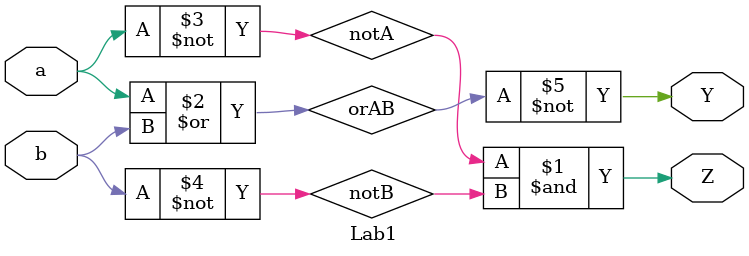
<source format=sv>
module Lab1(
input logic a,b,
output logic Z, Y
);

	logic andAB, notA, notB, outputZ, orA, orB, notAB;

	not(notA, a);
	not(notB, b);
	and(Z, notA, notB);
	
	or(orAB, a, b);
	not(Y, orAB);

endmodule
</source>
